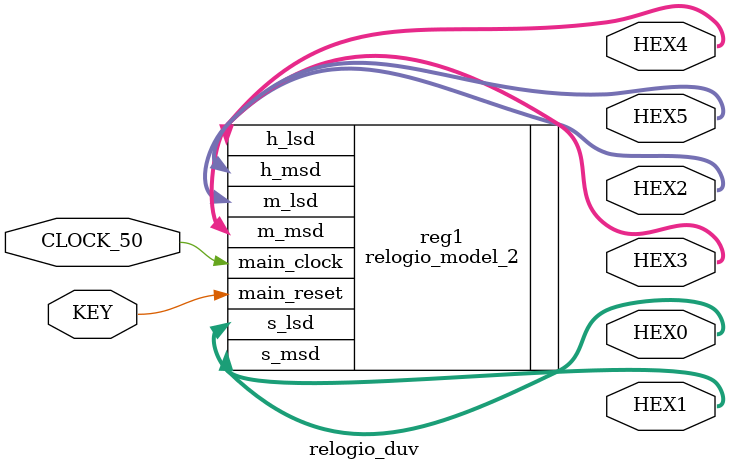
<source format=sv>
module relogio_duv(
input CLOCK_50,
input KEY,
output logic [6:0] HEX0,
output logic [6:0] HEX1,
output logic [6:0] HEX2,
output logic [6:0] HEX3,
output logic [6:0] HEX4,
output logic [6:0] HEX5
);


relogio_model_2 reg1(
.main_clock(CLOCK_50),
.main_reset(KEY),
.s_lsd(HEX0),
.s_msd(HEX1),
.m_lsd(HEX2),
.m_msd(HEX3),
.h_lsd(HEX4),
.h_msd(HEX5)
);


// relogio reg1(
// .main_clock(CLOCK_50),
// .main_reset(KEY),
// .s_lsd(HEX0),
// .s_msd(HEX1),
// .m_lsd(HEX2),
// .m_msd(HEX3),
// .h_lsd(HEX4),
// .h_msd(HEX5)
// );

endmodule


</source>
